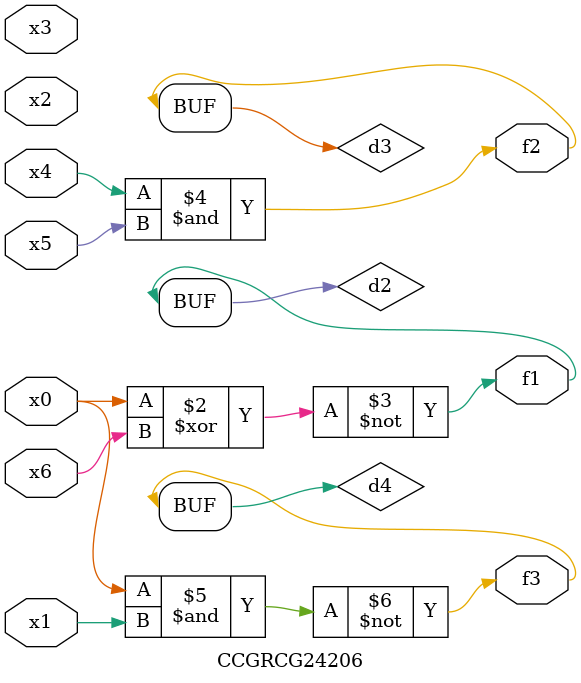
<source format=v>
module CCGRCG24206(
	input x0, x1, x2, x3, x4, x5, x6,
	output f1, f2, f3
);

	wire d1, d2, d3, d4;

	nor (d1, x0);
	xnor (d2, x0, x6);
	and (d3, x4, x5);
	nand (d4, x0, x1);
	assign f1 = d2;
	assign f2 = d3;
	assign f3 = d4;
endmodule

</source>
